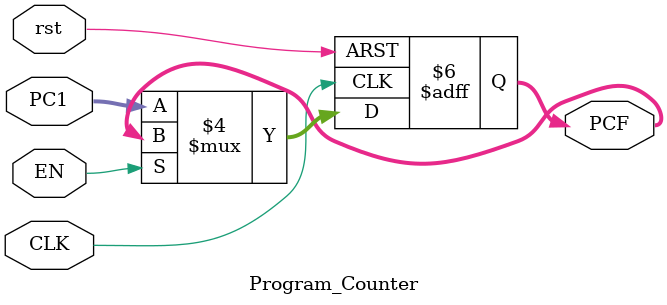
<source format=v>
module Program_Counter(PC1,PCF,CLK,EN,rst);
input [31:0] PC1;
input CLK,EN,rst;
output reg [31:0] PCF;
always @(posedge CLK or negedge rst) begin
if (!rst) begin
PCF<=0; 
end
else if (!EN)
PCF<=PC1;
end  
endmodule
</source>
